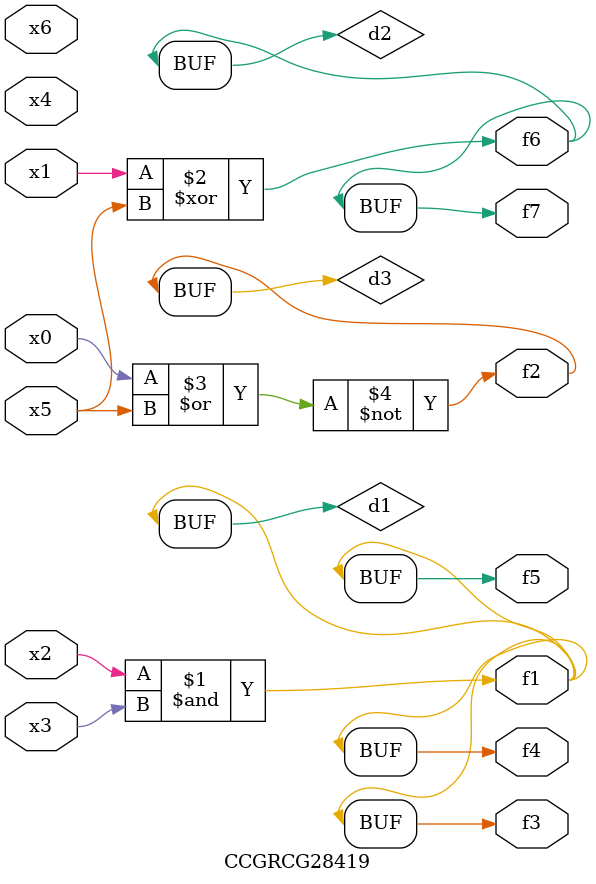
<source format=v>
module CCGRCG28419(
	input x0, x1, x2, x3, x4, x5, x6,
	output f1, f2, f3, f4, f5, f6, f7
);

	wire d1, d2, d3;

	and (d1, x2, x3);
	xor (d2, x1, x5);
	nor (d3, x0, x5);
	assign f1 = d1;
	assign f2 = d3;
	assign f3 = d1;
	assign f4 = d1;
	assign f5 = d1;
	assign f6 = d2;
	assign f7 = d2;
endmodule

</source>
